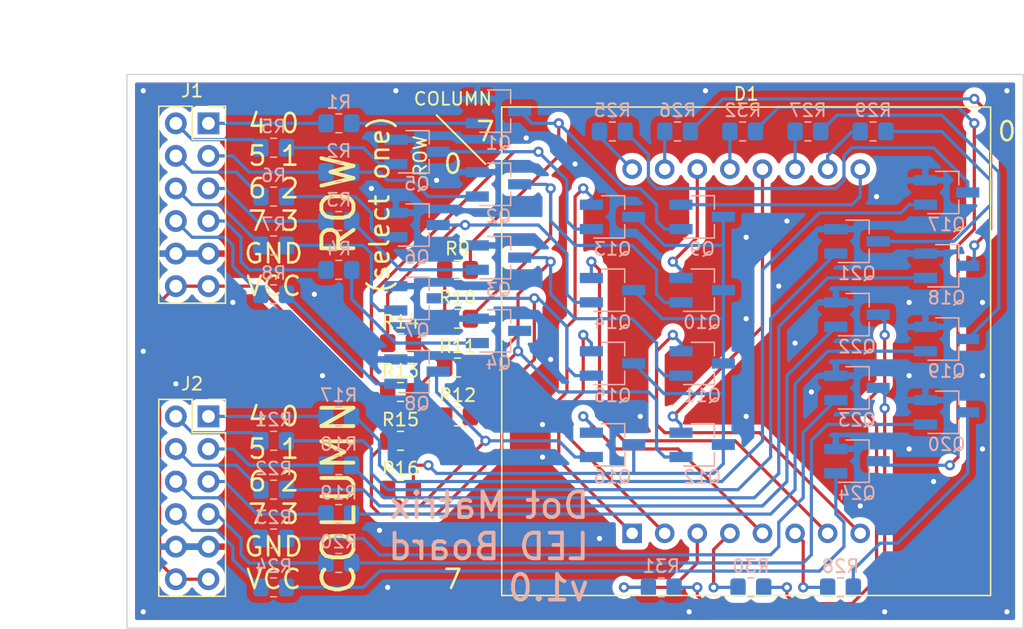
<source format=kicad_pcb>
(kicad_pcb (version 20211014) (generator pcbnew)
  (layers (0 "F.Cu" signal) (31 "B.Cu" signal) (34 "B.Paste" user) (35 "F.Paste" user) (36 "B.SilkS" user "B.Silkscreen") (37 "F.SilkS" user "F.Silkscreen") (38 "B.Mask" user) (39 "F.Mask" user) (44 "Edge.Cuts" user))
  (net 0 "")
  (net 1 "/r4")
  (net 2 "/r6")
  (net 3 "/c6")
  (net 4 "/c5")
  (net 5 "/r7")
  (net 6 "/c3")
  (net 7 "/r5")
  (net 8 "/r2")
  (net 9 "/r0")
  (net 10 "/c4")
  (net 11 "/c2")
  (net 12 "/r3")
  (net 13 "/c7")
  (net 14 "/r1")
  (net 15 "/c1")
  (net 16 "/c0")
  (net 17 "/ri0")
  (net 18 "/ri1")
  (net 19 "/ri2")
  (net 20 "/ri3")
  (net 21 "GND")
  (net 22 "VCC")
  (net 23 "/ri4")
  (net 24 "/ri5")
  (net 25 "/ri6")
  (net 26 "/ri7")
  (net 27 "/ci0")
  (net 28 "/ci1")
  (net 29 "/ci2")
  (net 30 "/ci3")
  (net 31 "/ci4")
  (net 32 "/ci5")
  (net 33 "/ci6")
  (net 34 "/ci7")
  (net 35 "Net-(Q1-Pad1)")
  (net 36 "Net-(Q1-Pad3)")
  (net 37 "Net-(Q2-Pad1)")
  (net 38 "Net-(Q10-Pad1)")
  (net 39 "Net-(Q3-Pad1)")
  (net 40 "Net-(Q11-Pad1)")
  (net 41 "Net-(Q4-Pad1)")
  (net 42 "Net-(Q12-Pad1)")
  (net 43 "Net-(Q5-Pad1)")
  (net 44 "Net-(Q13-Pad1)")
  (net 45 "Net-(Q6-Pad1)")
  (net 46 "Net-(Q14-Pad1)")
  (net 47 "Net-(Q7-Pad1)")
  (net 48 "Net-(Q15-Pad1)")
  (net 49 "Net-(Q8-Pad1)")
  (net 50 "Net-(Q16-Pad1)")
  (net 51 "Net-(Q17-Pad1)")
  (net 52 "Net-(Q17-Pad3)")
  (net 53 "Net-(Q18-Pad1)")
  (net 54 "Net-(Q18-Pad3)")
  (net 55 "Net-(Q19-Pad1)")
  (net 56 "Net-(Q19-Pad3)")
  (net 57 "Net-(Q20-Pad1)")
  (net 58 "Net-(Q20-Pad3)")
  (net 59 "Net-(Q21-Pad1)")
  (net 60 "Net-(Q21-Pad3)")
  (net 61 "Net-(Q22-Pad1)")
  (net 62 "Net-(Q22-Pad3)")
  (net 63 "Net-(Q23-Pad1)")
  (net 64 "Net-(Q23-Pad3)")
  (net 65 "Net-(Q24-Pad1)")
  (net 66 "Net-(Q24-Pad3)")
  (footprint "Resistor_SMD:R_0805_2012Metric_Pad1.20x1.40mm_HandSolder" (layer "F.Cu") (at 113.395 53.34)
    (fp_text reference "R12")
    (fp_text value "10k")
  )
  (footprint "Resistor_SMD:R_0805_2012Metric_Pad1.20x1.40mm_HandSolder" (layer "F.Cu") (at 113.395 45.72)
    (fp_text reference "R10")
    (fp_text value "10k")
  )
  (footprint "Resistor_SMD:R_0805_2012Metric_Pad1.20x1.40mm_HandSolder" (layer "F.Cu") (at 108.95 55.245)
    (fp_text reference "R15")
    (fp_text value "10k")
  )
  (footprint "Resistor_SMD:R_0805_2012Metric_Pad1.20x1.40mm_HandSolder" (layer "F.Cu") (at 108.95 47.625)
    (fp_text reference "R14")
    (fp_text value "10k")
  )
  (footprint "Resistor_SMD:R_0805_2012Metric_Pad1.20x1.40mm_HandSolder" (layer "F.Cu") (at 113.395 49.53)
    (fp_text reference "R11")
    (fp_text value "10k")
  )
  (footprint "Resistor_SMD:R_0805_2012Metric_Pad1.20x1.40mm_HandSolder" (layer "F.Cu") (at 108.95 59.055)
    (fp_text reference "R16")
    (fp_text value "10k")
  )
  (footprint "Resistor_SMD:R_0805_2012Metric_Pad1.20x1.40mm_HandSolder" (layer "F.Cu") (at 113.395 41.91)
    (fp_text reference "R9")
    (fp_text value "10k")
  )
  (footprint "ModifiedKiCadLibrary:PinSocket_2x06_P2.54mm_Vertical_Top_Bottom" (layer "F.Cu") (at 93.98 53.34)
    (fp_text reference "J2")
    (fp_text value "Conn_02x06_Top_Bottom")
  )
  (footprint "ModifiedKiCadLibrary:PinSocket_2x06_P2.54mm_Vertical_Top_Bottom" (layer "F.Cu") (at 93.98 30.48)
    (fp_text reference "J1")
    (fp_text value "Conn_02x06_Top_Bottom")
  )
  (footprint "Resistor_SMD:R_0805_2012Metric_Pad1.20x1.40mm_HandSolder" (layer "F.Cu") (at 108.95 51.435)
    (fp_text reference "R13")
    (fp_text value "10k")
  )
  (footprint "MyLibrary:OSL641501-BX" (layer "F.Cu") (at 135.89 48.26)
    (fp_text reference "D1")
    (fp_text value "OSL641501-BX")
  )
  (footprint "Package_TO_SOT_SMD:SC-59_Handsoldering" (layer "B.Cu") (at 125.475 49.21)
    (fp_text reference "Q15")
    (fp_text value "2SA1298")
  )
  (footprint "Resistor_SMD:R_0805_2012Metric_Pad1.20x1.40mm_HandSolder" (layer "B.Cu") (at 99.06 43.815 180)
    (fp_text reference "R8")
    (fp_text value "10k")
  )
  (footprint "Package_TO_SOT_SMD:SC-59_Handsoldering" (layer "B.Cu") (at 110.235 38.415)
    (fp_text reference "Q6")
    (fp_text value "2SC3265")
  )
  (footprint "Package_TO_SOT_SMD:SC-59_Handsoldering" (layer "B.Cu") (at 151.51 35.875)
    (fp_text reference "Q17")
    (fp_text value "2SC3265")
  )
  (footprint "Resistor_SMD:R_0805_2012Metric_Pad1.20x1.40mm_HandSolder" (layer "B.Cu") (at 104.14 53.34 180)
    (fp_text reference "R17")
    (fp_text value "10k")
  )
  (footprint "Resistor_SMD:R_0805_2012Metric_Pad1.20x1.40mm_HandSolder" (layer "B.Cu") (at 130.54 31.115 180)
    (fp_text reference "R26")
    (fp_text value "1k")
  )
  (footprint "Package_TO_SOT_SMD:SC-59_Handsoldering" (layer "B.Cu") (at 144.525 39.685)
    (fp_text reference "Q21")
    (fp_text value "2SC3265")
  )
  (footprint "Package_TO_SOT_SMD:SC-59_Handsoldering" (layer "B.Cu") (at 110.235 44.13)
    (fp_text reference "Q7")
    (fp_text value "2SC3265")
  )
  (footprint "Resistor_SMD:R_0805_2012Metric_Pad1.20x1.40mm_HandSolder" (layer "B.Cu") (at 99.06 36.195 180)
    (fp_text reference "R6")
    (fp_text value "10k")
  )
  (footprint "Resistor_SMD:R_0805_2012Metric_Pad1.20x1.40mm_HandSolder" (layer "B.Cu") (at 104.14 30.48 180)
    (fp_text reference "R1")
    (fp_text value "10k")
  )
  (footprint "Package_TO_SOT_SMD:SC-59_Handsoldering" (layer "B.Cu") (at 144.525 56.83)
    (fp_text reference "Q24")
    (fp_text value "2SC3265")
  )
  (footprint "Resistor_SMD:R_0805_2012Metric_Pad1.20x1.40mm_HandSolder" (layer "B.Cu") (at 104.14 34.29 180)
    (fp_text reference "R2")
    (fp_text value "10k")
  )
  (footprint "Resistor_SMD:R_0805_2012Metric_Pad1.20x1.40mm_HandSolder" (layer "B.Cu") (at 104.14 60.96 180)
    (fp_text reference "R19")
    (fp_text value "10k")
  )
  (footprint "Resistor_SMD:R_0805_2012Metric_Pad1.20x1.40mm_HandSolder" (layer "B.Cu") (at 135.62 31.115 180)
    (fp_text reference "R32")
    (fp_text value "1k")
  )
  (footprint "Package_TO_SOT_SMD:SC-59_Handsoldering" (layer "B.Cu") (at 125.475 55.56)
    (fp_text reference "Q16")
    (fp_text value "2SA1298")
  )
  (footprint "Package_TO_SOT_SMD:SC-59_Handsoldering" (layer "B.Cu") (at 110.235 32.7)
    (fp_text reference "Q5")
    (fp_text value "2SC3265")
  )
  (footprint "Package_TO_SOT_SMD:SC-59_Handsoldering" (layer "B.Cu") (at 116.585 40.955)
    (fp_text reference "Q3")
    (fp_text value "2SC3265")
  )
  (footprint "Package_TO_SOT_SMD:SC-59_Handsoldering" (layer "B.Cu") (at 125.475 37.78)
    (fp_text reference "Q13")
    (fp_text value "2SA1298")
  )
  (footprint "Resistor_SMD:R_0805_2012Metric_Pad1.20x1.40mm_HandSolder" (layer "B.Cu") (at 129.27 66.675 180)
    (fp_text reference "R31")
    (fp_text value "1k")
  )
  (footprint "Package_TO_SOT_SMD:SC-59_Handsoldering" (layer "B.Cu") (at 151.51 53.02)
    (fp_text reference "Q20")
    (fp_text value "2SC3265")
  )
  (footprint "Package_TO_SOT_SMD:SC-59_Handsoldering" (layer "B.Cu") (at 132.46 37.78)
    (fp_text reference "Q9")
    (fp_text value "2SA1298")
  )
  (footprint "Package_TO_SOT_SMD:SC-59_Handsoldering" (layer "B.Cu") (at 151.51 41.59)
    (fp_text reference "Q18")
    (fp_text value "2SC3265")
  )
  (footprint "Resistor_SMD:R_0805_2012Metric_Pad1.20x1.40mm_HandSolder" (layer "B.Cu") (at 99.06 32.385 180)
    (fp_text reference "R5")
    (fp_text value "10k")
  )
  (footprint "Package_TO_SOT_SMD:SC-59_Handsoldering" (layer "B.Cu") (at 132.46 55.56)
    (fp_text reference "Q12")
    (fp_text value "2SA1298")
  )
  (footprint "Resistor_SMD:R_0805_2012Metric_Pad1.20x1.40mm_HandSolder" (layer "B.Cu") (at 145.78 31.115 180)
    (fp_text reference "R29")
    (fp_text value "1k")
  )
  (footprint "Package_TO_SOT_SMD:SC-59_Handsoldering" (layer "B.Cu") (at 132.46 43.495)
    (fp_text reference "Q10")
    (fp_text value "2SA1298")
  )
  (footprint "Resistor_SMD:R_0805_2012Metric_Pad1.20x1.40mm_HandSolder" (layer "B.Cu") (at 104.14 57.15 180)
    (fp_text reference "R18")
    (fp_text value "10k")
  )
  (footprint "Package_TO_SOT_SMD:SC-59_Handsoldering" (layer "B.Cu") (at 116.585 35.24)
    (fp_text reference "Q2")
    (fp_text value "2SC3265")
  )
  (footprint "Package_TO_SOT_SMD:SC-59_Handsoldering" (layer "B.Cu") (at 132.46 49.21)
    (fp_text reference "Q11")
    (fp_text value "2SA1298")
  )
  (footprint "Resistor_SMD:R_0805_2012Metric_Pad1.20x1.40mm_HandSolder" (layer "B.Cu") (at 104.14 41.91 180)
    (fp_text reference "R4")
    (fp_text value "10k")
  )
  (footprint "Resistor_SMD:R_0805_2012Metric_Pad1.20x1.40mm_HandSolder" (layer "B.Cu") (at 140.7 31.115 180)
    (fp_text reference "R27")
    (fp_text value "1k")
  )
  (footprint "Resistor_SMD:R_0805_2012Metric_Pad1.20x1.40mm_HandSolder" (layer "B.Cu") (at 99.06 59.055 180)
    (fp_text reference "R22")
    (fp_text value "10k")
  )
  (footprint "Resistor_SMD:R_0805_2012Metric_Pad1.20x1.40mm_HandSolder" (layer "B.Cu") (at 143.24 66.675 180)
    (fp_text reference "R28")
    (fp_text value "1k")
  )
  (footprint "Resistor_SMD:R_0805_2012Metric_Pad1.20x1.40mm_HandSolder" (layer "B.Cu") (at 125.46 31.115 180)
    (fp_text reference "R25")
    (fp_text value "1k")
  )
  (footprint "Package_TO_SOT_SMD:SC-59_Handsoldering" (layer "B.Cu") (at 144.525 51.115)
    (fp_text reference "Q23")
    (fp_text value "2SC3265")
  )
  (footprint "Package_TO_SOT_SMD:SC-59_Handsoldering" (layer "B.Cu") (at 110.235 49.845)
    (fp_text reference "Q8")
    (fp_text value "2SC3265")
  )
  (footprint "Resistor_SMD:R_0805_2012Metric_Pad1.20x1.40mm_HandSolder" (layer "B.Cu") (at 104.14 64.77 180)
    (fp_text reference "R20")
    (fp_text value "10k")
  )
  (footprint "Package_TO_SOT_SMD:SC-59_Handsoldering" (layer "B.Cu") (at 151.51 47.305)
    (fp_text reference "Q19")
    (fp_text value "2SC3265")
  )
  (footprint "Package_TO_SOT_SMD:SC-59_Handsoldering" (layer "B.Cu") (at 116.585 29.525)
    (fp_text reference "Q1")
    (fp_text value "2SC3265")
  )
  (footprint "Package_TO_SOT_SMD:SC-59_Handsoldering" (layer "B.Cu") (at 125.475 43.495)
    (fp_text reference "Q14")
    (fp_text value "2SA1298")
  )
  (footprint "Package_TO_SOT_SMD:SC-59_Handsoldering" (layer "B.Cu") (at 144.525 45.4)
    (fp_text reference "Q22")
    (fp_text value "2SC3265")
  )
  (footprint "Resistor_SMD:R_0805_2012Metric_Pad1.20x1.40mm_HandSolder" (layer "B.Cu") (at 136.255 66.675 180)
    (fp_text reference "R30")
    (fp_text value "1k")
  )
  (footprint "Resistor_SMD:R_0805_2012Metric_Pad1.20x1.40mm_HandSolder" (layer "B.Cu") (at 99.06 62.865 180)
    (fp_text reference "R23")
    (fp_text value "10k")
  )
  (footprint "Resistor_SMD:R_0805_2012Metric_Pad1.20x1.40mm_HandSolder" (layer "B.Cu") (at 99.06 40.005 180)
    (fp_text reference "R7")
    (fp_text value "10k")
  )
  (footprint "Package_TO_SOT_SMD:SC-59_Handsoldering" (layer "B.Cu") (at 116.585 46.67)
    (fp_text reference "Q4")
    (fp_text value "2SC3265")
  )
  (footprint "Resistor_SMD:R_0805_2012Metric_Pad1.20x1.40mm_HandSolder" (layer "B.Cu") (at 104.14 38.1 180)
    (fp_text reference "R3")
    (fp_text value "10k")
  )
  (footprint "Resistor_SMD:R_0805_2012Metric_Pad1.20x1.40mm_HandSolder" (layer "B.Cu") (at 99.06 55.245 180)
    (fp_text reference "R21")
    (fp_text value "10k")
  )
  (footprint "Resistor_SMD:R_0805_2012Metric_Pad1.20x1.40mm_HandSolder" (layer "B.Cu") (at 99.06 66.675 180)
    (fp_text reference "R24")
    (fp_text value "10k")
  )
  (gr_line (start 115.57 33.655) (end 111.76 29.845) (layer "F.SilkS") (width 0.15))
  (gr_rect (start 87.63 26.67) (end 157.48 69.85) (layer "Edge.Cuts") (width 0.1) (fill none))
  (gr_text "Dot Matrix\nLED Board\nv1.0" (at 123.825 63.5) (layer "B.SilkS") (effects (font (size 2 2) (thickness 0.3)) (justify left mirror)))
  (gr_text "4" (at 97.79 30.48) (layer "F.SilkS") (effects (font (size 1.5 1.5) (thickness 0.2))))
  (gr_text "1" (at 100.33 55.88) (layer "F.SilkS") (effects (font (size 1.5 1.5) (thickness 0.2))))
  (gr_text "3" (at 100.33 60.96) (layer "F.SilkS") (effects (font (size 1.5 1.5) (thickness 0.2))))
  (gr_text "4" (at 97.79 53.34) (layer "F.SilkS") (effects (font (size 1.5 1.5) (thickness 0.2))))
  (gr_text "6" (at 97.79 58.42) (layer "F.SilkS") (effects (font (size 1.5 1.5) (thickness 0.2))))
  (gr_text "7" (at 113.03 66.04) (layer "F.SilkS") (effects (font (size 1.5 1.5) (thickness 0.2))))
  (gr_text "5" (at 97.79 55.88) (layer "F.SilkS") (effects (font (size 1.5 1.5) (thickness 0.2))))
  (gr_text "(select one)" (at 107.315 36.83 90) (layer "F.SilkS") (effects (font (size 1.5 1.5) (thickness 0.2))))
  (gr_text "0" (at 100.33 53.34) (layer "F.SilkS") (effects (font (size 1.5 1.5) (thickness 0.2))))
  (gr_text "7" (at 97.79 60.96) (layer "F.SilkS") (effects (font (size 1.5 1.5) (thickness 0.2))))
  (gr_text "COLUMN" (at 113.03 28.575) (layer "F.SilkS") (effects (font (size 1 1))))
  (gr_text "2" (at 100.33 35.56) (layer "F.SilkS") (effects (font (size 1.5 1.5) (thickness 0.2))))
  (gr_text "7" (at 97.79 38.1) (layer "F.SilkS") (effects (font (size 1.5 1.5) (thickness 0.2))))
  (gr_text "0" (at 100.33 30.48) (layer "F.SilkS") (effects (font (size 1.5 1.5) (thickness 0.2))))
  (gr_text "5" (at 97.79 33.02) (layer "F.SilkS") (effects (font (size 1.5 1.5) (thickness 0.2))))
  (gr_text "GND" (at 99.06 63.5) (layer "F.SilkS") (effects (font (size 1.5 1.5) (thickness 0.2))))
  (gr_text "6" (at 97.79 35.56) (layer "F.SilkS") (effects (font (size 1.5 1.5) (thickness 0.2))))
  (gr_text "0" (at 113.03 33.655) (layer "F.SilkS") (effects (font (size 1.5 1.5) (thickness 0.2))))
  (gr_text "COLUMN" (at 104.14 59.69 90) (layer "F.SilkS") (effects (font (size 2.5 2.5) (thickness 0.3))))
  (gr_text "7" (at 115.57 31.115) (layer "F.SilkS") (effects (font (size 1.5 1.5) (thickness 0.2))))
  (gr_text "0" (at 156.21 31.115) (layer "F.SilkS") (effects (font (size 1.5 1.5) (thickness 0.2))))
  (gr_text "VCC" (at 99.06 43.18) (layer "F.SilkS") (effects (font (size 1.5 1.5) (thickness 0.2))))
  (gr_text "GND" (at 99.06 40.64) (layer "F.SilkS") (effects (font (size 1.5 1.5) (thickness 0.2))))
  (gr_text "1" (at 100.33 33.02) (layer "F.SilkS") (effects (font (size 1.5 1.5) (thickness 0.2))))
  (gr_text "2" (at 100.33 58.42) (layer "F.SilkS") (effects (font (size 1.5 1.5) (thickness 0.2))))
  (gr_text "ROW" (at 110.49 33.02 90) (layer "F.SilkS") (effects (font (size 1 1))))
  (gr_text "3" (at 100.33 38.1) (layer "F.SilkS") (effects (font (size 1.5 1.5) (thickness 0.2))))
  (gr_text "ROW" (at 104.14 36.83 90) (layer "F.SilkS") (effects (font (size 2.5 2.5) (thickness 0.3))))
  (gr_text "VCC" (at 99.06 66.04) (layer "F.SilkS") (effects (font (size 1.5 1.5) (thickness 0.2))))
  (segment (start 122.555 45.72) (end 121.92 46.355) (width 0.25) (layer "F.Cu") (net 1))
  (segment (start 121.285 56.745) (end 127 62.46) (width 0.25) (layer "F.Cu") (net 1))
  (segment (start 121.92 46.355) (end 121.92 51.435) (width 0.25) (layer "F.Cu") (net 1))
  (segment (start 121.92 51.435) (end 121.285 52.07) (width 0.25) (layer "F.Cu") (net 1))
  (segment (start 121.285 52.07) (end 121.285 56.745) (width 0.25) (layer "F.Cu") (net 1))
  (segment (start 122.555 36.195) (end 122.555 45.72) (width 0.25) (layer "F.Cu") (net 1))
  (segment (start 123.19 35.56) (end 122.555 36.195) (width 0.25) (layer "F.Cu") (net 1))
  (via (at 123.19 35.56) (size 0.8) (drill 0.4) (layers "F.Cu" "B.Cu") (net 1))
  (segment (start 123.825 36.195) (end 123.19 35.56) (width 0.25) (layer "B.Cu") (net 1))
  (segment (start 123.825 36.83) (end 123.825 36.195) (width 0.25) (layer "B.Cu") (net 1))
  (segment (start 123.19 51.435) (end 121.92 52.705) (width 0.25) (layer "F.Cu") (net 2))
  (segment (start 129.54 62.46) (end 121.92 54.84) (width 0.25) (layer "F.Cu") (net 2))
  (segment (start 121.92 54.84) (end 121.92 52.705) (width 0.25) (layer "F.Cu") (net 2))
  (segment (start 123.19 46.99) (end 123.19 51.435) (width 0.25) (layer "F.Cu") (net 2))
  (via (at 123.19 46.99) (size 0.8) (drill 0.4) (layers "F.Cu" "B.Cu") (net 2))
  (segment (start 123.825 47.625) (end 123.19 46.99) (width 0.25) (layer "B.Cu") (net 2))
  (segment (start 123.825 48.26) (end 123.825 47.625) (width 0.25) (layer "B.Cu") (net 2))
  (segment (start 132.08 62.46) (end 132.08 64.77) (width 0.25) (layer "F.Cu") (net 3))
  (segment (start 130.175 66.675) (end 126.365 66.675) (width 0.25) (layer "F.Cu") (net 3))
  (segment (start 132.08 64.77) (end 130.175 66.675) (width 0.25) (layer "F.Cu") (net 3))
  (via (at 126.365 66.675) (size 0.8) (drill 0.4) (layers "F.Cu" "B.Cu") (net 3))
  (segment (start 128.27 66.675) (end 126.365 66.675) (width 0.25) (layer "B.Cu") (net 3))
  (segment (start 133.35 63.73) (end 134.62 62.46) (width 0.25) (layer "F.Cu") (net 4))
  (segment (start 133.35 66.675) (end 133.35 63.73) (width 0.25) (layer "F.Cu") (net 4))
  (via (at 133.35 66.675) (size 0.8) (drill 0.4) (layers "F.Cu" "B.Cu") (net 4))
  (segment (start 135.255 66.675) (end 133.35 66.675) (width 0.25) (layer "B.Cu") (net 4))
  (segment (start 130.58 55.88) (end 125.73 55.88) (width 0.25) (layer "F.Cu") (net 5))
  (segment (start 137.16 62.46) (end 130.58 55.88) (width 0.25) (layer "F.Cu") (net 5))
  (segment (start 125.73 55.88) (end 123.19 53.34) (width 0.25) (layer "F.Cu") (net 5))
  (via (at 123.19 53.34) (size 0.8) (drill 0.4) (layers "F.Cu" "B.Cu") (net 5))
  (segment (start 123.825 53.975) (end 123.19 53.34) (width 0.25) (layer "B.Cu") (net 5))
  (segment (start 123.825 54.61) (end 123.825 53.975) (width 0.25) (layer "B.Cu") (net 5))
  (segment (start 140.335 66.675) (end 140.335 63.095) (width 0.25) (layer "F.Cu") (net 6))
  (segment (start 140.335 63.095) (end 139.7 62.46) (width 0.25) (layer "F.Cu") (net 6))
  (via (at 140.335 66.675) (size 0.8) (drill 0.4) (layers "F.Cu" "B.Cu") (net 6))
  (segment (start 142.24 66.675) (end 140.335 66.675) (width 0.25) (layer "B.Cu") (net 6))
  (segment (start 124.46 53.34) (end 126.365 55.245) (width 0.25) (layer "F.Cu") (net 7))
  (segment (start 126.365 55.245) (end 135.025 55.245) (width 0.25) (layer "F.Cu") (net 7))
  (segment (start 135.025 55.245) (end 142.24 62.46) (width 0.25) (layer "F.Cu") (net 7))
  (segment (start 123.825 41.275) (end 124.46 41.91) (width 0.25) (layer "F.Cu") (net 7))
  (segment (start 124.46 41.91) (end 124.46 53.34) (width 0.25) (layer "F.Cu") (net 7))
  (via (at 123.825 41.275) (size 0.8) (drill 0.4) (layers "F.Cu" "B.Cu") (net 7))
  (segment (start 123.825 41.275) (end 123.825 42.545) (width 0.25) (layer "B.Cu") (net 7))
  (segment (start 136.93 54.61) (end 129.54 54.61) (width 0.25) (layer "F.Cu") (net 8))
  (segment (start 128.905 48.26) (end 130.175 46.99) (width 0.25) (layer "F.Cu") (net 8))
  (segment (start 129.54 54.61) (end 128.905 53.975) (width 0.25) (layer "F.Cu") (net 8))
  (segment (start 144.78 62.46) (end 136.93 54.61) (width 0.25) (layer "F.Cu") (net 8))
  (segment (start 128.905 53.975) (end 128.905 48.26) (width 0.25) (layer "F.Cu") (net 8))
  (via (at 130.175 46.99) (size 0.8) (drill 0.4) (layers "F.Cu" "B.Cu") (net 8))
  (segment (start 130.81 48.26) (end 130.81 47.625) (width 0.25) (layer "B.Cu") (net 8))
  (segment (start 130.81 47.625) (end 130.175 46.99) (width 0.25) (layer "B.Cu") (net 8))
  (segment (start 144.145 36.83) (end 130.81 36.83) (width 0.25) (layer "B.Cu") (net 9))
  (segment (start 144.78 34.06) (end 144.78 36.195) (width 0.25) (layer "B.Cu") (net 9))
  (segment (start 144.78 36.195) (end 144.145 36.83) (width 0.25) (layer "B.Cu") (net 9))
  (segment (start 144.145 31.115) (end 144.78 31.115) (width 0.25) (layer "B.Cu") (net 10))
  (segment (start 142.24 34.06) (end 142.24 33.02) (width 0.25) (layer "B.Cu") (net 10))
  (segment (start 142.24 33.02) (end 144.145 31.115) (width 0.25) (layer "B.Cu") (net 10))
  (segment (start 139.7 34.06) (end 139.7 31.115) (width 0.25) (layer "B.Cu") (net 11))
  (segment (start 137.16 34.06) (end 137.16 46.355) (width 0.25) (layer "F.Cu") (net 12))
  (segment (start 137.16 46.355) (end 130.175 53.34) (width 0.25) (layer "F.Cu") (net 12))
  (via (at 130.175 53.34) (size 0.8) (drill 0.4) (layers "F.Cu" "B.Cu") (net 12))
  (segment (start 130.81 54.61) (end 130.81 53.975) (width 0.25) (layer "B.Cu") (net 12))
  (segment (start 130.81 53.975) (end 130.175 53.34) (width 0.25) (layer "B.Cu") (net 12))
  (segment (start 134.62 31.115) (end 134.62 34.06) (width 0.25) (layer "B.Cu") (net 13))
  (segment (start 132.08 39.37) (end 132.08 34.06) (width 0.25) (layer "F.Cu") (net 14))
  (segment (start 130.175 41.275) (end 132.08 39.37) (width 0.25) (layer "F.Cu") (net 14))
  (via (at 130.175 41.275) (size 0.8) (drill 0.4) (layers "F.Cu" "B.Cu") (net 14))
  (segment (start 130.81 42.545) (end 130.81 41.91) (width 0.25) (layer "B.Cu") (net 14))
  (segment (start 130.81 41.91) (end 130.175 41.275) (width 0.25) (layer "B.Cu") (net 14))
  (segment (start 129.54 31.115) (end 129.54 34.06) (width 0.25) (layer "B.Cu") (net 15))
  (segment (start 127 34.06) (end 124.46 31.52) (width 0.25) (layer "B.Cu") (net 16))
  (segment (start 124.46 31.52) (end 124.46 31.115) (width 0.25) (layer "B.Cu") (net 16))
  (segment (start 93.98 30.48) (end 103.14 30.48) (width 0.25) (layer "B.Cu") (net 17))
  (segment (start 95.885 33.02) (end 93.98 33.02) (width 0.25) (layer "B.Cu") (net 18))
  (segment (start 103.14 34.29) (end 97.155 34.29) (width 0.25) (layer "B.Cu") (net 18))
  (segment (start 97.155 34.29) (end 95.885 33.02) (width 0.25) (layer "B.Cu") (net 18))
  (segment (start 93.98 35.56) (end 95.25 35.56) (width 0.25) (layer "B.Cu") (net 19))
  (segment (start 103.14 38.1) (end 97.79 38.1) (width 0.25) (layer "B.Cu") (net 19))
  (segment (start 95.25 35.56) (end 97.79 38.1) (width 0.25) (layer "B.Cu") (net 19))
  (segment (start 93.98 38.1) (end 95.25 38.1) (width 0.25) (layer "B.Cu") (net 20))
  (segment (start 96.52 41.275) (end 97.155 41.91) (width 0.25) (layer "B.Cu") (net 20))
  (segment (start 97.155 41.91) (end 103.14 41.91) (width 0.25) (layer "B.Cu") (net 20))
  (segment (start 95.25 38.1) (end 96.52 39.37) (width 0.25) (layer "B.Cu") (net 20))
  (segment (start 96.52 39.37) (end 96.52 41.275) (width 0.25) (layer "B.Cu") (net 20))
  (via (at 144.78 60.325) (size 0.8) (drill 0.4) (layers "F.Cu" "B.Cu") (net 21))
  (via (at 139.7 47.625) (size 0.8) (drill 0.4) (layers "F.Cu" "B.Cu") (net 21))
  (via (at 140.97 51.435) (size 0.8) (drill 0.4) (layers "F.Cu" "B.Cu") (net 21))
  (via (at 120.015 53.975) (size 0.8) (drill 0.4) (layers "F.Cu" "B.Cu") (net 21))
  (via (at 132.715 27.94) (size 0.8) (drill 0.4) (layers "F.Cu" "B.Cu") (net 21))
  (via (at 120.65 48.895) (size 0.8) (drill 0.4) (layers "F.Cu" "B.Cu") (net 21))
  (via (at 146.05 36.195) (size 0.8) (drill 0.4) (layers "F.Cu" "B.Cu") (net 21))
  (via (at 127.635 53.34) (size 0.8) (drill 0.4) (layers "F.Cu" "B.Cu") (net 21))
  (via (at 138.43 43.18) (size 0.8) (drill 0.4) (layers "F.Cu" "B.Cu") (net 21))
  (via (at 88.9 27.94) (size 0.8) (drill 0.4) (layers "F.Cu" "B.Cu") (net 21))
  (via (at 88.9 48.26) (size 0.8) (drill 0.4) (layers "F.Cu" "B.Cu") (net 21))
  (via (at 108.585 27.94) (size 0.8) (drill 0.4) (layers "F.Cu" "B.Cu") (net 21))
  (via (at 122.555 33.655) (size 0.8) (drill 0.4) (layers "F.Cu" "B.Cu") (net 21))
  (via (at 156.21 27.94) (size 0.8) (drill 0.4) (layers "F.Cu" "B.Cu") (net 21))
  (via (at 107.315 62.23) (size 0.8) (drill 0.4) (layers "F.Cu" "B.Cu") (net 21))
  (via (at 139.065 38.1) (size 0.8) (drill 0.4) (layers "F.Cu" "B.Cu") (net 21))
  (via (at 120.015 56.515) (size 0.8) (drill 0.4) (layers "F.Cu" "B.Cu") (net 21))
  (via (at 148.59 55.88) (size 0.8) (drill 0.4) (layers "F.Cu" "B.Cu") (net 21))
  (via (at 102.87 50.165) (size 0.8) (drill 0.4) (layers "F.Cu" "B.Cu") (net 21))
  (via (at 131.445 68.58) (size 0.8) (drill 0.4) (layers "F.Cu" "B.Cu") (net 21))
  (via (at 118.745 31.623) (size 0.8) (drill 0.4) (layers "F.Cu" "B.Cu") (net 21))
  (via (at 88.9 68.58) (size 0.8) (drill 0.4) (layers "F.Cu" "B.Cu") (net 21))
  (via (at 154.305 44.45) (size 0.8) (drill 0.4) (layers "F.Cu" "B.Cu") (net 21))
  (via (at 111.76 34.925) (size 0.8) (drill 0.4) (layers "F.Cu" "B.Cu") (net 21))
  (via (at 148.59 50.165) (size 0.8) (drill 0.4) (layers "F.Cu" "B.Cu") (net 21))
  (via (at 135.89 39.37) (size 0.8) (drill 0.4) (layers "F.Cu" "B.Cu") (net 21))
  (via (at 102.235 43.815) (size 0.8) (drill 0.4) (layers "F.Cu" "B.Cu") (net 21))
  (via (at 107.95 66.675) (size 0.8) (drill 0.4) (layers "F.Cu" "B.Cu") (net 21))
  (via (at 148.59 44.45) (size 0.8) (drill 0.4) (layers "F.Cu" "B.Cu") (net 21))
  (via (at 106.68 35.56) (size 0.8) (drill 0.4) (layers "F.Cu" "B.Cu") (net 21))
  (via (at 150.495 58.42) (size 0.8) (drill 0.4) (layers "F.Cu" "B.Cu") (net 21))
  (via (at 124.46 62.865) (size 0.8) (drill 0.4) (layers "F.Cu" "B.Cu") (net 21))
  (via (at 154.305 50.165) (size 0.8) (drill 0.4) (layers "F.Cu" "B.Cu") (net 21))
  (via (at 135.89 53.34) (size 0.8) (drill 0.4) (layers "F.Cu" "B.Cu") (net 21))
  (via (at 156.21 68.58) (size 0.8) (drill 0.4) (layers "F.Cu" "B.Cu") (net 21))
  (via (at 154.305 55.88) (size 0.8) (drill 0.4) (layers "F.Cu" "B.Cu") (net 21))
  (via (at 135.89 45.72) (size 0.8) (drill 0.4) (layers "F.Cu" "B.Cu") (net 21))
  (via (at 95.885 44.45) (size 0.8) (drill 0.4) (layers "F.Cu" "B.Cu") (net 21))
  (via (at 146.685 68.58) (size 0.8) (drill 0.4) (layers "F.Cu" "B.Cu") (net 21))
  (via (at 91.44 50.8) (size 0.8) (drill 0.4) (layers "F.Cu" "B.Cu") (net 21))
  (segment (start 111.125 57.15) (end 110.045 57.15) (width 0.25) (layer "F.Cu") (net 22))
  (segment (start 109.95 47.53) (end 109.95 47.625) (width 0.25) (layer "F.Cu") (net 22))
  (segment (start 112.395 49.53) (end 111.855 49.53) (width 0.25) (layer "F.Cu") (net 22))
  (segment (start 109.95 51.975) (end 109.22 52.705) (width 0.25) (layer "F.Cu") (net 22))
  (segment (start 110.49 47.625) (end 112.395 49.53) (width 0.25) (layer "F.Cu") (net 22))
  (segment (start 90.17 64.77) (end 91.44 66.04) (width 0.25) (layer "F.Cu") (net 22))
  (segment (start 109.95 51.435) (end 109.95 51.975) (width 0.25) (layer "F.Cu") (net 22))
  (segment (start 91.44 66.04) (end 93.98 66.04) (width 0.25) (layer "F.Cu") (net 22))
  (segment (start 111.855 49.53) (end 109.95 51.435) (width 0.25) (layer "F.Cu") (net 22))
  (segment (start 109.95 55.245) (end 110.49 55.245) (width 0.25) (layer "F.Cu") (net 22))
  (segment (start 110.49 51.435) (end 112.395 53.34) (width 0.25) (layer "F.Cu") (net 22))
  (segment (start 112.395 45.72) (end 111.76 45.72) (width 0.25) (layer "F.Cu") (net 22))
  (segment (start 91.44 43.18) (end 90.17 44.45) (width 0.25) (layer "F.Cu") (net 22))
  (segment (start 97.79 43.18) (end 93.98 43.18) (width 0.25) (layer "F.Cu") (net 22))
  (segment (start 110.49 55.245) (end 112.395 53.34) (width 0.25) (layer "F.Cu") (net 22))
  (segment (start 111.76 45.72) (end 109.95 47.53) (width 0.25) (layer "F.Cu") (net 22))
  (segment (start 109.95 51.435) (end 110.49 51.435) (width 0.25) (layer "F.Cu") (net 22))
  (segment (start 109.95 47.625) (end 110.49 47.625) (width 0.25) (layer "F.Cu") (net 22))
  (segment (start 90.17 44.45) (end 90.17 64.77) (width 0.25) (layer "F.Cu") (net 22))
  (segment (start 112.395 41.91) (end 112.395 45.72) (width 0.25) (layer "F.Cu") (net 22))
  (segment (start 110.045 57.15) (end 109.95 57.245) (width 0.25) (layer "F.Cu") (net 22))
  (segment (start 107.315 52.705) (end 97.79 43.18) (width 0.25) (layer "F.Cu") (net 22))
  (segment (start 109.95 57.245) (end 109.95 59.055) (width 0.25) (layer "F.Cu") (net 22))
  (segment (start 109.95 55.245) (end 109.95 57.245) (width 0.25) (layer "F.Cu") (net 22))
  (segment (start 109.22 52.705) (end 107.315 52.705) (width 0.25) (layer "F.Cu") (net 22))
  (segment (start 91.44 43.18) (end 93.98 43.18) (width 0.25) (layer "F.Cu") (net 22))
  (via (at 111.125 57.15) (size 0.8) (drill 0.4) (layers "F.Cu" "B.Cu") (net 22))
  (segment (start 129.54 40.005) (end 133.985 40.005) (width 0.25) (layer "B.Cu") (net 22))
  (segment (start 111.76 57.785) (end 111.125 57.15) (width 0.25) (layer "B.Cu") (net 22))
  (segment (start 127.315 37.78) (end 129.54 40.005) (width 0.25) (layer "B.Cu") (net 22))
  (segment (start 130.175 57.785) (end 133.35 57.785) (width 0.25) (layer "B.Cu") (net 22))
  (segment (start 127.125 55.56) (end 127.125 57.785) (width 0.25) (layer "B.Cu") (net 22))
  (segment (start 133.985 40.005) (end 134.11 39.88) (width 0.25) (layer "B.Cu") (net 22))
  (segment (start 134.11 55.56) (end 134.11 51.56) (width 0.25) (layer "B.Cu") (net 22))
  (segment (start 133.35 57.785) (end 134.11 57.025) (width 0.25) (layer "B.Cu") (net 22))
  (segment (start 134.11 45.595) (end 134.11 49.21) (width 0.25) (layer "B.Cu") (net 22))
  (segment (start 134.11 51.56) (end 134.11 49.21) (width 0.25) (layer "B.Cu") (net 22))
  (segment (start 134.11 57.025) (end 134.11 55.56) (width 0.25) (layer "B.Cu") (net 22))
  (segment (start 127.125 37.78) (end 127.315 37.78) (width 0.25) (layer "B.Cu") (net 22))
  (segment (start 134.11 43.495) (end 134.11 45.595) (width 0.25) (layer "B.Cu") (net 22))
  (segment (start 133.985 45.72) (end 134.11 45.595) (width 0.25) (layer "B.Cu") (net 22))
  (segment (start 127 57.785) (end 111.76 57.785) (width 0.25) (layer "B.Cu") (net 22))
  (segment (start 129.35 45.72) (end 133.985 45.72) (width 0.25) (layer "B.Cu") (net 22))
  (segment (start 130.175 57.785) (end 127 57.785) (width 0.25) (layer "B.Cu") (net 22))
  (segment (start 127.125 43.495) (end 129.35 45.72) (width 0.25) (layer "B.Cu") (net 22))
  (segment (start 134.11 39.88) (end 134.11 43.495) (width 0.25) (layer "B.Cu") (net 22))
  (segment (start 127.125 49.21) (end 129.475 51.56) (width 0.25) (layer "B.Cu") (net 22))
  (segment (start 134.11 37.78) (end 134.11 39.88) (width 0.25) (layer "B.Cu") (net 22))
  (segment (start 129.475 51.56) (end 134.11 51.56) (width 0.25) (layer "B.Cu") (net 22))
  (segment (start 97.425 31.75) (end 98.06 32.385) (width 0.25) (layer "B.Cu") (net 23))
  (segment (start 92.71 31.75) (end 97.425 31.75) (width 0.25) (layer "B.Cu") (net 23))
  (segment (start 91.44 30.48) (end 92.71 31.75) (width 0.25) (layer "B.Cu") (net 23))
  (segment (start 91.44 33.02) (end 92.71 34.29) (width 0.25) (layer "B.Cu") (net 24))
  (segment (start 92.71 34.29) (end 96.155 34.29) (width 0.25) (layer "B.Cu") (net 24))
  (segment (start 96.155 34.29) (end 98.06 36.195) (width 0.25) (layer "B.Cu") (net 24))
  (segment (start 94.885 36.83) (end 98.06 40.005) (width 0.25) (layer "B.Cu") (net 25))
  (segment (start 91.44 35.56) (end 92.71 36.83) (width 0.25) (layer "B.Cu") (net 25))
  (segment (start 92.71 36.83) (end 94.885 36.83) (width 0.25) (layer "B.Cu") (net 25))
  (segment (start 92.71 39.37) (end 95.25 39.37) (width 0.25) (layer "B.Cu") (net 26))
  (segment (start 95.885 40.005) (end 95.885 41.64) (width 0.25) (layer "B.Cu") (net 26))
  (segment (start 95.885 41.64) (end 98.06 43.815) (width 0.25) (layer "B.Cu") (net 26))
  (segment (start 91.44 38.1) (end 92.71 39.37) (width 0.25) (layer "B.Cu") (net 26))
  (segment (start 95.25 39.37) (end 95.885 40.005) (width 0.25) (layer "B.Cu") (net 26))
  (segment (start 93.98 53.34) (end 103.14 53.34) (width 0.25) (layer "B.Cu") (net 27))
  (segment (start 97.155 57.15) (end 103.14 57.15) (width 0.25) (layer "B.Cu") (net 28))
  (segment (start 93.98 55.88) (end 95.885 55.88) (width 0.25) (layer "B.Cu") (net 28))
  (segment (start 95.885 55.88) (end 97.155 57.15) (width 0.25) (layer "B.Cu") (net 28))
  (segment (start 103.14 60.96) (end 97.79 60.96) (width 0.25) (layer "B.Cu") (net 29))
  (segment (start 97.79 60.96) (end 95.25 58.42) (width 0.25) (layer "B.Cu") (net 29))
  (segment (start 95.25 58.42) (end 93.98 58.42) (width 0.25) (layer "B.Cu") (net 29))
  (segment (start 93.98 60.96) (end 94.615 60.96) (width 0.25) (layer "B.Cu") (net 30))
  (segment (start 96.52 64.135) (end 97.155 64.77) (width 0.25) (layer "B.Cu") (net 30))
  (segment (start 94.615 60.96) (end 96.52 62.865) (width 0.25) (layer "B.Cu") (net 30))
  (segment (start 96.52 62.865) (end 96.52 64.135) (width 0.25) (layer "B.Cu") (net 30))
  (segment (start 97.155 64.77) (end 103.14 64.77) (width 0.25) (layer "B.Cu") (net 30))
  (segment (start 92.71 54.61) (end 97.425 54.61) (width 0.25) (layer "B.Cu") (net 31))
  (segment (start 97.425 54.61) (end 98.06 55.245) (width 0.25) (layer "B.Cu") (net 31))
  (segment (start 91.44 53.34) (end 92.71 54.61) (width 0.25) (layer "B.Cu") (net 31))
  (segment (start 96.155 57.15) (end 98.06 59.055) (width 0.25) (layer "B.Cu") (net 32))
  (segment (start 91.44 55.88) (end 92.71 57.15) (width 0.25) (layer "B.Cu") (net 32))
  (segment (start 92.71 57.15) (end 96.155 57.15) (width 0.25) (layer "B.Cu") (net 32))
  (segment (start 91.44 58.42) (end 92.71 59.69) (width 0.25) (layer "B.Cu") (net 33))
  (segment (start 92.71 59.69) (end 94.885 59.69) (width 0.25) (layer "B.Cu") (net 33))
  (segment (start 94.885 59.69) (end 98.06 62.865) (width 0.25) (layer "B.Cu") (net 33))
  (segment (start 95.885 63.5) (end 95.885 64.5) (width 0.25) (layer "B.Cu") (net 34))
  (segment (start 91.44 60.96) (end 92.71 62.23) (width 0.25) (layer "B.Cu") (net 34))
  (segment (start 95.885 64.5) (end 98.06 66.675) (width 0.25) (layer "B.Cu") (net 34))
  (segment (start 94.615 62.23) (end 95.885 63.5) (width 0.25) (layer "B.Cu") (net 34))
  (segment (start 92.71 62.23) (end 94.615 62.23) (width 0.25) (layer "B.Cu") (net 34))
  (segment (start 105.14 30.48) (end 105.145 30.475) (width 0.25) (layer "B.Cu") (net 35))
  (segment (start 105.145 30.475) (end 114.935 30.475) (width 0.25) (layer "B.Cu") (net 35))
  (segment (start 114.395 39.91) (end 114.395 41.91) (width 0.25) (layer "F.Cu") (net 36))
  (segment (start 121.285 30.48) (end 121.285 33.02) (width 0.25) (layer "F.Cu") (net 36))
  (segment (start 121.285 33.02) (end 114.395 39.91) (width 0.25) (layer "F.Cu") (net 36))
  (via (at 121.285 30.48) (size 0.8) (drill 0.4) (layers "F.Cu" "B.Cu") (net 36))
  (segment (start 121.285 30.48) (end 119.19 30.48) (width 0.25) (layer "B.Cu") (net 36))
  (segment (start 127.635 35.56) (end 128.905 36.83) (width 0.25) (layer "B.Cu") (net 36))
  (segment (start 128.905 36.83) (end 128.905 38.1) (width 0.25) (layer "B.Cu") (net 36))
  (segment (start 129.545 38.73) (end 130.81 38.73) (width 0.25) (layer "B.Cu") (net 36))
  (segment (start 121.285 30.48) (end 126.365 35.56) (width 0.25) (layer "B.Cu") (net 36))
  (segment (start 128.905 38.1) (end 129.54 38.735) (width 0.25) (layer "B.Cu") (net 36))
  (segment (start 129.54 38.735) (end 129.545 38.73) (width 0.25) (layer "B.Cu") (net 36))
  (segment (start 126.365 35.56) (end 127.635 35.56) (width 0.25) (layer "B.Cu") (net 36))
  (segment (start 119.19 30.48) (end 118.235 29.525) (width 0.25) (layer "B.Cu") (net 36))
  (segment (start 109.855 34.925) (end 111.12 36.19) (width 0.25) (layer "B.Cu") (net 37))
  (segment (start 107.315 34.29) (end 107.95 34.925) (width 0.25) (layer "B.Cu") (net 37))
  (segment (start 107.95 34.925) (end 109.855 34.925) (width 0.25) (layer "B.Cu") (net 37))
  (segment (start 111.12 36.19) (end 114.935 36.19) (width 0.25) (layer "B.Cu") (net 37))
  (segment (start 105.14 34.29) (end 107.315 34.29) (width 0.25) (layer "B.Cu") (net 37))
  (segment (start 120.65 39.37) (end 114.395 45.625) (width 0.25) (layer "F.Cu") (net 38))
  (segment (start 114.395 45.625) (end 114.395 45.72) (width 0.25) (layer "F.Cu") (net 38))
  (segment (start 120.65 35.56) (end 120.65 39.37) (width 0.25) (layer "F.Cu") (net 38))
  (via (at 120.65 35.56) (size 0.8) (drill 0.4) (layers "F.Cu" "B.Cu") (net 38))
  (segment (start 120.65 35.56) (end 120.65 38.1) (width 0.25) (layer "B.Cu") (net 38))
  (segment (start 118.235 35.24) (end 120.33 35.24) (width 0.25) (layer "B.Cu") (net 38))
  (segment (start 128.905 41.91) (end 127 40.005) (width 0.25) (layer "B.Cu") (net 38))
  (segment (start 128.905 43.815) (end 128.905 41.91) (width 0.25) (layer "B.Cu") (net 38))
  (segment (start 122.555 40.005) (end 120.65 38.1) (width 0.25) (layer "B.Cu") (net 38))
  (segment (start 129.545 44.445) (end 129.54 44.45) (width 0.25) (layer "B.Cu") (net 38))
  (segment (start 120.33 35.24) (end 120.65 35.56) (width 0.25) (layer "B.Cu") (net 38))
  (segment (start 129.54 44.45) (end 128.905 43.815) (width 0.25) (layer "B.Cu") (net 38))
  (segment (start 127 40.005) (end 122.555 40.005) (width 0.25) (layer "B.Cu") (net 38))
  (segment (start 130.81 44.445) (end 129.545 44.445) (width 0.25) (layer "B.Cu") (net 38))
  (segment (start 114.935 41.905) (end 108.945 41.905) (width 0.25) (layer "B.Cu") (net 39))
  (segment (start 108.945 41.905) (end 105.14 38.1) (width 0.25) (layer "B.Cu") (net 39))
  (segment (start 118.11 43.815) (end 118.11 46.99) (width 0.25) (layer "F.Cu") (net 40))
  (segment (start 118.11 46.99) (end 115.57 49.53) (width 0.25) (layer "F.Cu") (net 40))
  (segment (start 120.65 41.275) (end 118.11 43.815) (width 0.25) (layer "F.Cu") (net 40))
  (segment (start 115.57 49.53) (end 114.395 49.53) (width 0.25) (layer "F.Cu") (net 40))
  (via (at 120.65 41.275) (size 0.8) (drill 0.4) (layers "F.Cu" "B.Cu") (net 40))
  (segment (start 129.545 50.16) (end 129.54 50.165) (width 0.25) (layer "B.Cu") (net 40))
  (segment (start 120.65 41.275) (end 120.65 43.815) (width 0.25) (layer "B.Cu") (net 40))
  (segment (start 127 45.72) (end 122.555 45.72) (width 0.25) (layer "B.Cu") (net 40))
  (segment (start 118.235 40.955) (end 120.33 40.955) (width 0.25) (layer "B.Cu") (net 40))
  (segment (start 120.33 40.955) (end 120.65 41.275) (width 0.25) (layer "B.Cu") (net 40))
  (segment (start 128.905 49.53) (end 128.905 47.625) (width 0.25) (layer "B.Cu") (net 40))
  (segment (start 122.555 45.72) (end 120.65 43.815) (width 0.25) (layer "B.Cu") (net 40))
  (segment (start 129.54 50.165) (end 128.905 49.53) (width 0.25) (layer "B.Cu") (net 40))
  (segment (start 130.81 50.16) (end 129.545 50.16) (width 0.25) (layer "B.Cu") (net 40))
  (segment (start 128.905 47.625) (end 127 45.72) (width 0.25) (layer "B.Cu") (net 40))
  (segment (start 108.59 47.62) (end 114.935 47.62) (width 0.25) (layer "B.Cu") (net 41))
  (segment (start 108.585 47.625) (end 108.59 47.62) (width 0.25) (layer "B.Cu") (net 41))
  (segment (start 105.14 41.91) (end 105.14 44.18) (width 0.25) (layer "B.Cu") (net 41))
  (segment (start 105.14 44.18) (end 108.585 47.625) (width 0.25) (layer "B.Cu") (net 41))
  (segment (start 115.57 50.8) (end 115.57 52.165) (width 0.25) (layer "F.Cu") (net 42))
  (segment (start 115.57 52.165) (end 114.395 53.34) (width 0.25) (layer "F.Cu") (net 42))
  (segment (start 118.11 48.26) (end 115.57 50.8) (width 0.25) (layer "F.Cu") (net 42))
  (via (at 118.11 48.26) (size 0.8) (drill 0.4) (layers "F.Cu" "B.Cu") (net 42))
  (segment (start 130.81 56.51) (end 129.545 56.51) (width 0.25) (layer "B.Cu") (net 42))
  (segment (start 118.11 48.26) (end 118.11 46.795) (width 0.25) (layer "B.Cu") (net 42))
  (segment (start 129.545 56.51) (end 129.54 56.515) (width 0.25) (layer "B.Cu") (net 42))
  (segment (start 128.905 55.88) (end 128.905 52.07) (width 0.25) (layer "B.Cu") (net 42))
  (segment (start 121.285 51.435) (end 118.11 48.26) (width 0.25) (layer "B.Cu") (net 42))
  (segment (start 128.905 52.07) (end 128.27 51.435) (width 0.25) (layer "B.Cu") (net 42))
  (segment (start 128.27 51.435) (end 121.285 51.435) (width 0.25) (layer "B.Cu") (net 42))
  (segment (start 118.11 46.795) (end 118.235 46.67) (width 0.25) (layer "B.Cu") (net 42))
  (segment (start 129.54 56.515) (end 128.905 55.88) (width 0.25) (layer "B.Cu") (net 42))
  (segment (start 107.32 33.65) (end 108.585 33.65) (width 0.25) (layer "B.Cu") (net 43))
  (segment (start 107.315 33.655) (end 107.32 33.65) (width 0.25) (layer "B.Cu") (net 43))
  (segment (start 106.045 32.385) (end 107.315 33.655) (width 0.25) (layer "B.Cu") (net 43))
  (segment (start 100.06 32.385) (end 106.045 32.385) (width 0.25) (layer "B.Cu") (net 43))
  (segment (start 106.68 50.165) (end 107.95 51.435) (width 0.25) (layer "F.Cu") (net 44))
  (segment (start 119.7 32.7) (end 117.795 32.7) (width 0.25) (layer "F.Cu") (net 44))
  (segment (start 117.795 32.7) (end 106.68 43.815) (width 0.25) (layer "F.Cu") (net 44))
  (segment (start 106.68 43.815) (end 106.68 50.165) (width 0.25) (layer "F.Cu") (net 44))
  (via (at 119.7 32.7) (size 0.8) (drill 0.4) (layers "F.Cu" "B.Cu") (net 44))
  (segment (start 121.92 38.1) (end 121.92 34.925) (width 0.25) (layer "B.Cu") (net 44))
  (segment (start 123.825 38.73) (end 122.56 38.73) (width 0.25) (layer "B.Cu") (net 44))
  (segment (start 121.92 34.925) (end 119.7 32.705) (width 0.25) (layer "B.Cu") (net 44))
  (segment (start 122.555 38.735) (end 121.92 38.1) (width 0.25) (layer "B.Cu") (net 44))
  (segment (start 119.7 32.705) (end 119.7 32.7) (width 0.25) (layer "B.Cu") (net 44))
  (segment (start 119.7 32.7) (end 111.885 32.7) (width 0.25) (layer "B.Cu") (net 44))
  (segment (start 122.56 38.73) (end 122.555 38.735) (width 0.25) (layer "B.Cu") (net 44))
  (segment (start 105.41 36.195) (end 106.68 37.465) (width 0.25) (layer "B.Cu") (net 45))
  (segment (start 106.68 38.735) (end 107.31 39.365) (width 0.25) (layer "B.Cu") (net 45))
  (segment (start 106.68 37.465) (end 106.68 38.735) (width 0.25) (layer "B.Cu") (net 45))
  (segment (start 107.31 39.365) (end 108.585 39.365) (width 0.25) (layer "B.Cu") (net 45))
  (segment (start 100.06 36.195) (end 105.41 36.195) (width 0.25) (layer "B.Cu") (net 45))
  (segment (start 113.985 38.415) (end 113.35 38.415) (width 0.25) (layer "F.Cu") (net 46))
  (segment (start 113.35 38.415) (end 107.95 43.815) (width 0.25) (layer "F.Cu") (net 46))
  (segment (start 107.95 43.815) (end 107.95 47.625) (width 0.25) (layer "F.Cu") (net 46))
  (via (at 113.985 38.415) (size 0.8) (drill 0.4) (layers "F.Cu" "B.Cu") (net 46))
  (segment (start 121.92 43.815) (end 122.555 44.45) (width 0.25) (layer "B.Cu") (net 46))
  (segment (start 122.56 44.445) (end 123.825 44.445) (width 0.25) (layer "B.Cu") (net 46))
  (segment (start 111.885 38.415) (end 119.695 38.415) (width 0.25) (layer "B.Cu") (net 46))
  (segment (start 122.555 44.45) (end 122.56 44.445) (width 0.25) (layer "B.Cu") (net 46))
  (segment (start 121.92 40.64) (end 121.92 43.815) (width 0.25) (layer "B.Cu") (net 46))
  (segment (start 119.695 38.415) (end 121.92 40.64) (width 0.25) (layer "B.Cu") (net 46))
  (segment (start 106.045 40.005) (end 106.68 40.64) (width 0.25) (layer "B.Cu") (net 47))
  (segment (start 107.315 45.085) (end 107.32 45.08) (width 0.25) (layer "B.Cu") (net 47))
  (segment (start 100.06 40.005) (end 106.045 40.005) (width 0.25) (layer "B.Cu") (net 47))
  (segment (start 106.68 44.45) (end 107.315 45.085) (width 0.25) (layer "B.Cu") (net 47))
  (segment (start 106.68 40.64) (end 106.68 44.45) (width 0.25) (layer "B.Cu") (net 47))
  (segment (start 107.32 45.08) (end 108.585 45.08) (width 0.25) (layer "B.Cu") (net 47))
  (segment (start 106.68 60.325) (end 107.315 60.96) (width 0.25) (layer "F.Cu") (net 48))
  (segment (start 107.315 60.96) (end 111.76 60.96) (width 0.25) (layer "F.Cu") (net 48))
  (segment (start 116.84 51.435) (end 119.38 48.895) (width 0.25) (layer "F.Cu") (net 48))
  (segment (start 106.68 56.515) (end 106.68 60.325) (width 0.25) (layer "F.Cu") (net 48))
  (segment (start 111.76 60.96) (end 116.84 55.88) (width 0.25) (layer "F.Cu") (net 48))
  (segment (start 107.95 55.245) (end 106.68 56.515) (width 0.25) (layer "F.Cu") (net 48))
  (segment (start 116.84 55.88) (end 116.84 51.435) (width 0.25) (layer "F.Cu") (net 48))
  (segment (start 119.38 48.895) (end 119.38 44.13) (width 0.25) (layer "F.Cu") (net 48))
  (via (at 119.38 44.13) (size 0.8) (drill 0.4) (layers "F.Cu" "B.Cu") (net 48))
  (segment (start 122.555 50.165) (end 122.56 50.16) (width 0.25) (layer "B.Cu") (net 48))
  (segment (start 122.56 50.16) (end 123.825 50.16) (width 0.25) (layer "B.Cu") (net 48))
  (segment (start 119.695 44.13) (end 121.92 46.355) (width 0.25) (layer "B.Cu") (net 48))
  (segment (start 121.92 49.53) (end 122.555 50.165) (width 0.25) (layer "B.Cu") (net 48))
  (segment (start 121.92 46.355) (end 121.92 49.53) (width 0.25) (layer "B.Cu") (net 48))
  (segment (start 111.885 44.13) (end 119.695 44.13) (width 0.25) (layer "B.Cu") (net 48))
  (segment (start 107.04 50.795) (end 108.585 50.795) (width 0.25) (layer "B.Cu") (net 49))
  (segment (start 100.06 43.815) (end 107.04 50.795) (width 0.25) (layer "B.Cu") (net 49))
  (segment (start 109.22 60.325) (end 107.95 59.055) (width 0.25) (layer "F.Cu") (net 50))
  (segment (start 110.49 60.325) (end 109.22 60.325) (width 0.25) (layer "F.Cu") (net 50))
  (segment (start 115.57 55.245) (end 110.49 60.325) (width 0.25) (layer "F.Cu") (net 50))
  (via (at 115.57 55.245) (size 0.8) (drill 0.4) (layers "F.Cu" "B.Cu") (net 50))
  (segment (start 122.55 56.51) (end 121.285 55.245) (width 0.25) (layer "B.Cu") (net 50))
  (segment (start 111.76 51.435) (end 111.76 49.97) (width 0.25) (layer "B.Cu") (net 50))
  (segment (start 121.285 55.245) (end 115.57 55.245) (width 0.25) (layer "B.Cu") (net 50))
  (segment (start 115.57 55.245) (end 111.76 51.435) (width 0.25) (layer "B.Cu") (net 50))
  (segment (start 123.825 56.51) (end 122.55 56.51) (width 0.25) (layer "B.Cu") (net 50))
  (segment (start 111.76 49.97) (end 111.885 49.845) (width 0.25) (layer "B.Cu") (net 50))
  (segment (start 133.985 58.42) (end 137.16 55.245) (width 0.25) (layer "B.Cu") (net 51))
  (segment (start 137.16 41.91) (end 137.16 55.245) (width 0.25) (layer "B.Cu") (net 51))
  (segment (start 141.605 37.465) (end 147.955 37.465) (width 0.25) (layer "B.Cu") (net 51))
  (segment (start 147.955 37.465) (end 148.595 36.825) (width 0.25) (layer "B.Cu") (net 51))
  (segment (start 107.315 55.245) (end 105.41 53.34) (width 0.25) (layer "B.Cu") (net 51))
  (segment (start 105.41 53.34) (end 105.14 53.34) (width 0.25) (layer "B.Cu") (net 51))
  (segment (start 108.585 58.42) (end 107.315 57.15) (width 0.25) (layer "B.Cu") (net 51))
  (segment (start 133.985 58.42) (end 108.585 58.42) (width 0.25) (layer "B.Cu") (net 51))
  (segment (start 149.86 36.825) (end 148.595 36.825) (width 0.25) (layer "B.Cu") (net 51))
  (segment (start 141.605 37.465) (end 137.16 41.91) (width 0.25) (layer "B.Cu") (net 51))
  (segment (start 107.315 57.15) (end 107.315 55.245) (width 0.25) (layer "B.Cu") (net 51))
  (segment (start 128.27 34.925) (end 128.27 32.925) (width 0.25) (layer "B.Cu") (net 52))
  (segment (start 143.51 33.02) (end 143.51 34.925) (width 0.25) (layer "B.Cu") (net 52))
  (segment (start 128.905 35.56) (end 128.27 34.925) (width 0.25) (layer "B.Cu") (net 52))
  (segment (start 144.145 32.385) (end 143.51 33.02) (width 0.25) (layer "B.Cu") (net 52))
  (segment (start 153.16 35.875) (end 153.16 35.05) (width 0.25) (layer "B.Cu") (net 52))
  (segment (start 128.27 32.925) (end 126.46 31.115) (width 0.25) (layer "B.Cu") (net 52))
  (segment (start 153.16 35.05) (end 150.495 32.385) (width 0.25) (layer "B.Cu") (net 52))
  (segment (start 143.51 34.925) (end 142.875 35.56) (width 0.25) (layer "B.Cu") (net 52))
  (segment (start 150.495 32.385) (end 144.145 32.385) (width 0.25) (layer "B.Cu") (net 52))
  (segment (start 142.875 35.56) (end 128.905 35.56) (width 0.25) (layer "B.Cu") (net 52))
  (segment (start 138.43 57.785) (end 136.525 59.69) (width 0.25) (layer "B.Cu") (net 53))
  (segment (start 136.525 59.69) (end 107.68 59.69) (width 0.25) (layer "B.Cu") (net 53))
  (segment (start 107.68 59.69) (end 105.14 57.15) (width 0.25) (layer "B.Cu") (net 53))
  (segment (start 149.86 42.54) (end 142.245 42.54) (width 0.25) (layer "B.Cu") (net 53))
  (segment (start 138.43 46.355) (end 138.43 57.785) (width 0.25) (layer "B.Cu") (net 53))
  (segment (start 142.245 42.54) (end 138.43 46.355) (width 0.25) (layer "B.Cu") (net 53))
  (segment (start 153.67 28.575) (end 154.94 29.845) (width 0.25) (layer "F.Cu") (net 54))
  (segment (start 154.94 38.735) (end 153.67 40.005) (width 0.25) (layer "F.Cu") (net 54))
  (segment (start 154.94 29.845) (end 154.94 38.735) (width 0.25) (layer "F.Cu") (net 54))
  (via (at 153.67 40.005) (size 0.8) (drill 0.4) (layers "F.Cu" "B.Cu") (net 54))
  (via (at 153.67 28.575) (size 0.8) (drill 0.4) (layers "F.Cu" "B.Cu") (net 54))
  (segment (start 153.67 40.005) (end 153.67 41.08) (width 0.25) (layer "B.Cu") (net 54))
  (segment (start 134.08 28.575) (end 153.67 28.575) (width 0.25) (layer "B.Cu") (net 54))
  (segment (start 131.54 31.115) (end 134.08 28.575) (width 0.25) (layer "B.Cu") (net 54))
  (segment (start 153.67 41.08) (end 153.16 41.59) (width 0.25) (layer "B.Cu") (net 54))
  (segment (start 142.245 48.255) (end 139.7 50.8) (width 0.25) (layer "B.Cu") (net 55))
  (segment (start 139.7 59.055) (end 137.795 60.96) (width 0.25) (layer "B.Cu") (net 55))
  (segment (start 137.795 60.96) (end 105.14 60.96) (width 0.25) (layer "B.Cu") (net 55))
  (segment (start 139.7 50.8) (end 139.7 59.055) (width 0.25) (layer "B.Cu") (net 55))
  (segment (start 149.86 48.255) (end 142.245 48.255) (width 0.25) (layer "B.Cu") (net 55))
  (segment (start 155.575 44.89) (end 153.16 47.305) (width 0.25) (layer "B.Cu") (net 56))
  (segment (start 155.575 34.29) (end 155.575 44.89) (width 0.25) (layer "B.Cu") (net 56))
  (segment (start 151.13 29.845) (end 155.575 34.29) (width 0.25) (layer "B.Cu") (net 56))
  (segment (start 142.97 29.845) (end 151.13 29.845) (width 0.25) (layer "B.Cu") (net 56))
  (segment (start 141.7 31.115) (end 142.97 29.845) (width 0.25) (layer "B.Cu") (net 56))
  (segment (start 140.97 64.135) (end 140.335 64.77) (width 0.25) (layer "B.Cu") (net 57))
  (segment (start 140.97 55.235) (end 140.97 64.135) (width 0.25) (layer "B.Cu") (net 57))
  (segment (start 149.86 53.97) (end 142.235 53.97) (width 0.25) (layer "B.Cu") (net 57))
  (segment (start 142.235 53.97) (end 140.97 55.235) (width 0.25) (layer "B.Cu") (net 57))
  (segment (start 140.335 64.77) (end 105.14 64.77) (width 0.25) (layer "B.Cu") (net 57))
  (segment (start 144.24 66.675) (end 144.24 65.31) (width 0.25) (layer "B.Cu") (net 58))
  (segment (start 147.685 63.23) (end 153.16 57.755) (width 0.25) (layer "B.Cu") (net 58))
  (segment (start 146.32 63.23) (end 147.685 63.23) (width 0.25) (layer "B.Cu") (net 58))
  (segment (start 153.16 57.755) (end 153.16 53.02) (width 0.25) (layer "B.Cu") (net 58))
  (segment (start 144.24 65.31) (end 146.32 63.23) (width 0.25) (layer "B.Cu") (net 58))
  (segment (start 107.95 59.055) (end 135.255 59.055) (width 0.25) (layer "B.Cu") (net 59))
  (segment (start 137.795 56.515) (end 137.795 45.715) (width 0.25) (layer "B.Cu") (net 59))
  (segment (start 100.06 55.245) (end 106.045 55.245) (width 0.25) (layer "B.Cu") (net 59))
  (segment (start 106.68 57.785) (end 107.95 59.055) (width 0.25) (layer "B.Cu") (net 59))
  (segment (start 137.795 45.715) (end 142.875 40.635) (width 0.25) (layer "B.Cu") (net 59))
  (segment (start 106.045 55.245) (end 106.68 55.88) (width 0.25) (layer "B.Cu") (net 59))
  (segment (start 106.68 55.88) (end 106.68 57.785) (width 0.25) (layer "B.Cu") (net 59))
  (segment (start 135.255 59.055) (end 137.795 56.515) (width 0.25) (layer "B.Cu") (net 59))
  (segment (start 146.175 39.685) (end 152.085 39.685) (width 0.25) (layer "B.Cu") (net 60))
  (segment (start 151.13 31.115) (end 146.78 31.115) (width 0.25) (layer "B.Cu") (net 60))
  (segment (start 152.085 39.685) (end 154.94 36.83) (width 0.25) (layer "B.Cu") (net 60))
  (segment (start 154.94 34.925) (end 151.13 31.115) (width 0.25) (layer "B.Cu") (net 60))
  (segment (start 154.94 36.83) (end 154.94 34.925) (width 0.25) (layer "B.Cu") (net 60))
  (segment (start 139.065 58.42) (end 139.065 50.16) (width 0.25) (layer "B.Cu") (net 61))
  (segment (start 100.06 59.055) (end 106.045 59.055) (width 0.25) (layer "B.Cu") (net 61))
  (segment (start 137.16 60.325) (end 139.065 58.42) (width 0.25) (layer "B.Cu") (net 61))
  (segment (start 107.315 60.325) (end 137.16 60.325) (width 0.25) (layer "B.Cu") (net 61))
  (segment (start 139.065 50.16) (end 142.875 46.35) (width 0.25) (layer "B.Cu") (net 61))
  (segment (start 106.045 59.055) (end 107.315 60.325) (width 0.25) (layer "B.Cu") (net 61))
  (segment (start 146.685 50.8) (end 145.415 52.07) (width 0.25) (layer "F.Cu") (net 62))
  (segment (start 146.05 66.04) (end 144.145 67.945) (width 0.25) (layer "F.Cu") (net 62))
  (segment (start 146.05 53.975) (end 146.05 66.04) (width 0.25) (layer "F.Cu") (net 62))
  (segment (start 139.065 67.31) (end 139.065 66.675) (width 0.25) (layer "F.Cu") (net 62))
  (segment (start 145.415 52.07) (end 145.415 53.34) (width 0.25) (layer "F.Cu") (net 62))
  (segment (start 145.415 53.34) (end 146.05 53.975) (width 0.25) (layer "F.Cu") (net 62))
  (segment (start 146.685 46.99) (end 146.685 50.8) (width 0.25) (layer "F.Cu") (net 62))
  (segment (start 144.145 67.945) (end 139.7 67.945) (width 0.25) (layer "F.Cu") (net 62))
  (segment (start 139.7 67.945) (end 139.065 67.31) (width 0.25) (layer "F.Cu") (net 62))
  (via (at 139.065 66.675) (size 0.8) (drill 0.4) (layers "F.Cu" "B.Cu") (net 62))
  (via (at 146.685 46.99) (size 0.8) (drill 0.4) (layers "F.Cu" "B.Cu") (net 62))
  (segment (start 137.255 66.675) (end 139.065 66.675) (width 0.25) (layer "B.Cu") (net 62))
  (segment (start 146.685 45.91) (end 146.175 45.4) (width 0.25) (layer "B.Cu") (net 62))
  (segment (start 146.685 46.99) (end 146.685 45.91) (width 0.25) (layer "B.Cu") (net 62))
  (segment (start 138.43 63.5) (end 137.795 64.135) (width 0.25) (layer "B.Cu") (net 63))
  (segment (start 137.795 64.135) (end 107.315 64.135) (width 0.25) (layer "B.Cu") (net 63))
  (segment (start 106.045 62.865) (end 100.06 62.865) (width 0.25) (layer "B.Cu") (net 63))
  (segment (start 140.335 59.69) (end 138.43 61.595) (width 0.25) (layer "B.Cu") (net 63))
  (segment (start 140.335 54.605) (end 140.335 59.69) (width 0.25) (layer "B.Cu") (net 63))
  (segment (start 142.875 52.065) (end 140.335 54.605) (width 0.25) (layer "B.Cu") (net 63))
  (segment (start 107.315 64.135) (end 106.045 62.865) (width 0.25) (layer "B.Cu") (net 63))
  (segment (start 138.43 61.595) (end 138.43 63.5) (width 0.25) (layer "B.Cu") (net 63))
  (segment (start 146.685 52.705) (end 146.685 66.675) (width 0.25) (layer "F.Cu") (net 64))
  (segment (start 146.685 66.675) (end 144.78 68.58) (width 0.25) (layer "F.Cu") (net 64))
  (segment (start 133.35 68.58) (end 132.08 67.31) (width 0.25) (layer "F.Cu") (net 64))
  (segment (start 144.78 68.58) (end 133.35 68.58) (width 0.25) (layer "F.Cu") (net 64))
  (segment (start 132.08 67.31) (end 132.08 66.675) (width 0.25) (layer "F.Cu") (net 64))
  (via (at 132.08 66.675) (size 0.8) (drill 0.4) (layers "F.Cu" "B.Cu") (net 64))
  (via (at 146.685 52.705) (size 0.8) (drill 0.4) (layers "F.Cu" "B.Cu") (net 64))
  (segment (start 130.905 66.675) (end 132.08 66.675) (width 0.25) (layer "B.Cu") (net 64))
  (segment (start 146.685 52.705) (end 146.685 51.625) (width 0.25) (layer "B.Cu") (net 64))
  (segment (start 146.685 51.625) (end 146.175 51.115) (width 0.25) (layer "B.Cu") (net 64))
  (segment (start 143.51 63.5) (end 141.605 65.405) (width 0.25) (layer "B.Cu") (net 65))
  (segment (start 107.315 65.405) (end 106.045 66.675) (width 0.25) (layer "B.Cu") (net 65))
  (segment (start 142.875 57.78) (end 142.875 60.96) (width 0.25) (layer "B.Cu") (net 65))
  (segment (start 141.605 65.405) (end 107.315 65.405) (width 0.25) (layer "B.Cu") (net 65))
  (segment (start 106.045 66.675) (end 100.06 66.675) (width 0.25) (layer "B.Cu") (net 65))
  (segment (start 142.875 60.96) (end 143.51 61.595) (width 0.25) (layer "B.Cu") (net 65))
  (segment (start 143.51 61.595) (end 143.51 63.5) (width 0.25) (layer "B.Cu") (net 65))
  (segment (start 153.67 38.735) (end 152.4 40.005) (width 0.25) (layer "F.Cu") (net 66))
  (segment (start 152.4 56.515) (end 151.765 57.15) (width 0.25) (layer "F.Cu") (net 66))
  (segment (start 152.4 40.005) (end 152.4 56.515) (width 0.25) (layer "F.Cu") (net 66))
  (segment (start 153.67 30.48) (end 153.67 38.735) (width 0.25) (layer "F.Cu") (net 66))
  (via (at 153.67 30.48) (size 0.8) (drill 0.4) (layers "F.Cu" "B.Cu") (net 66))
  (via (at 151.765 57.15) (size 0.8) (drill 0.4) (layers "F.Cu" "B.Cu") (net 66))
  (segment (start 136.62 31.115) (end 136.62 31.02) (width 0.25) (layer "B.Cu") (net 66))
  (segment (start 151.765 57.15) (end 146.495 57.15) (width 0.25) (layer "B.Cu") (net 66))
  (segment (start 152.4 29.21) (end 153.67 30.48) (width 0.25) (layer "B.Cu") (net 66))
  (segment (start 146.495 57.15) (end 146.175 56.83) (width 0.25) (layer "B.Cu") (net 66))
  (segment (start 136.62 31.02) (end 138.43 29.21) (width 0.25) (layer "B.Cu") (net 66))
  (segment (start 138.43 29.21) (end 152.4 29.21) (width 0.25) (layer "B.Cu") (net 66))
  (zone (net 21) (net_name "GND") (layers F&B.Cu) (connect_pads (clearance 0.508)) (min_thickness 0.254) (fill yes (thermal_gap 0.508) (thermal_bridge_width 0.508))
    (polygon (pts (xy 156.845 69.215) (xy 88.265 69.215) (xy 88.265 27.305) (xy 156.845 27.305)))
  )
)
</source>
